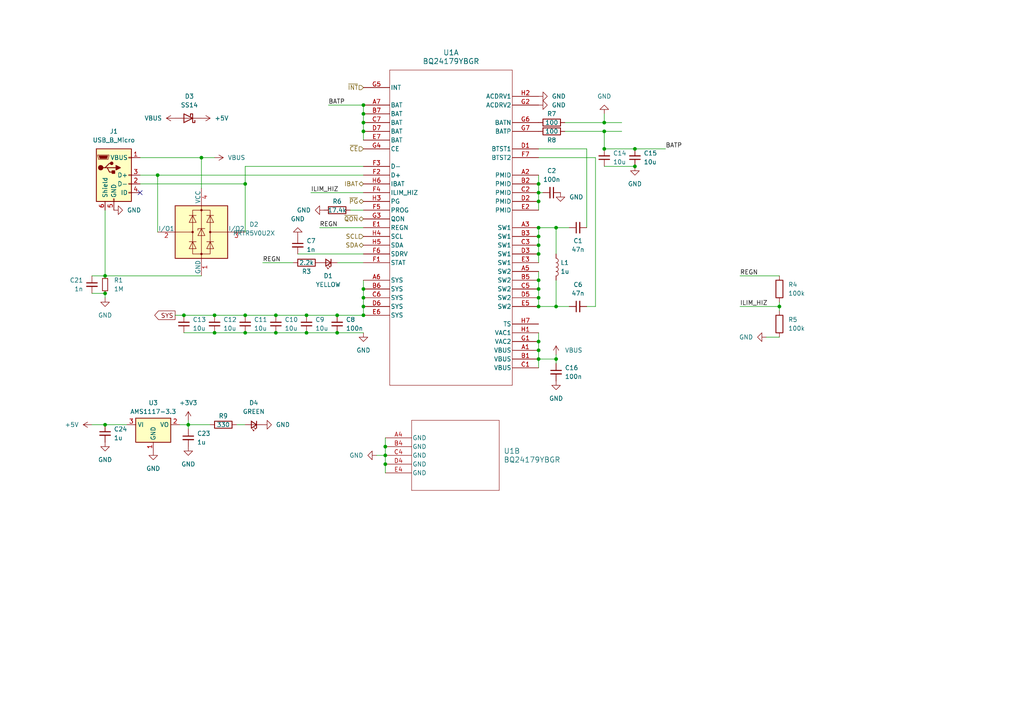
<source format=kicad_sch>
(kicad_sch (version 20230121) (generator eeschema)
  (paper "A4")
  (lib_symbols
    (symbol "BQ24179:BQ24179YBGR" (pin_names (offset 0.254))
      (property "Reference" "U" (at 25.4 10.16 0))
      (property "Value" "BQ24179YBGR" (at 25.4 7.62 0))
      (symbol "BQ24179YBGR_1_1"
        (polyline (pts (xy 7.62 -86.36) (xy 43.18 -86.36)) (stroke (width 0.127)))
        (polyline (pts (xy 7.62 5.08) (xy 7.62 -86.36)) (stroke (width 0.127)))
        (polyline (pts (xy 43.18 -86.36) (xy 43.18 5.08)) (stroke (width 0.127)))
        (polyline (pts (xy 43.18 5.08) (xy 7.62 5.08)) (stroke (width 0.127)))
        (pin unspecified line (at 50.8 -76.2 180) (length 7.62) (name "VBUS") (number "A1"))
        (pin unspecified line (at 50.8 -25.4 180) (length 7.62) (name "PMID") (number "A2"))
        (pin bidirectional line (at 50.8 -40.64 180) (length 7.62) (name "SW1") (number "A3"))
        (pin bidirectional line (at 50.8 -53.34 180) (length 7.62) (name "SW2") (number "A5"))
        (pin unspecified line (at 0 -55.88 0) (length 7.62) (name "SYS") (number "A6"))
        (pin unspecified line (at 0 -5.08 0) (length 7.62) (name "BAT") (number "A7"))
        (pin unspecified line (at 50.8 -78.74 180) (length 7.62) (name "VBUS") (number "B1"))
        (pin unspecified line (at 50.8 -27.94 180) (length 7.62) (name "PMID") (number "B2"))
        (pin bidirectional line (at 50.8 -43.18 180) (length 7.62) (name "SW1") (number "B3"))
        (pin bidirectional line (at 50.8 -55.88 180) (length 7.62) (name "SW2") (number "B5"))
        (pin unspecified line (at 0 -58.42 0) (length 7.62) (name "SYS") (number "B6"))
        (pin unspecified line (at 0 -7.62 0) (length 7.62) (name "BAT") (number "B7"))
        (pin unspecified line (at 50.8 -81.28 180) (length 7.62) (name "VBUS") (number "C1"))
        (pin unspecified line (at 50.8 -30.48 180) (length 7.62) (name "PMID") (number "C2"))
        (pin bidirectional line (at 50.8 -45.72 180) (length 7.62) (name "SW1") (number "C3"))
        (pin bidirectional line (at 50.8 -58.42 180) (length 7.62) (name "SW2") (number "C5"))
        (pin unspecified line (at 0 -60.96 0) (length 7.62) (name "SYS") (number "C6"))
        (pin unspecified line (at 0 -10.16 0) (length 7.62) (name "BAT") (number "C7"))
        (pin bidirectional line (at 50.8 -17.78 180) (length 7.62) (name "BTST1") (number "D1"))
        (pin unspecified line (at 50.8 -33.02 180) (length 7.62) (name "PMID") (number "D2"))
        (pin bidirectional line (at 50.8 -48.26 180) (length 7.62) (name "SW1") (number "D3"))
        (pin bidirectional line (at 50.8 -60.96 180) (length 7.62) (name "SW2") (number "D5"))
        (pin unspecified line (at 0 -63.5 0) (length 7.62) (name "SYS") (number "D6"))
        (pin unspecified line (at 0 -12.7 0) (length 7.62) (name "BAT") (number "D7"))
        (pin unspecified line (at 0 -40.64 0) (length 7.62) (name "REGN") (number "E1"))
        (pin unspecified line (at 50.8 -35.56 180) (length 7.62) (name "PMID") (number "E2"))
        (pin bidirectional line (at 50.8 -50.8 180) (length 7.62) (name "SW1") (number "E3"))
        (pin bidirectional line (at 50.8 -63.5 180) (length 7.62) (name "SW2") (number "E5"))
        (pin unspecified line (at 0 -66.04 0) (length 7.62) (name "SYS") (number "E6"))
        (pin unspecified line (at 0 -15.24 0) (length 7.62) (name "BAT") (number "E7"))
        (pin unspecified line (at 0 -50.8 0) (length 7.62) (name "STAT") (number "F1"))
        (pin unspecified line (at 0 -25.4 0) (length 7.62) (name "D+") (number "F2"))
        (pin unspecified line (at 0 -22.86 0) (length 7.62) (name "D-") (number "F3"))
        (pin unspecified line (at 0 -30.48 0) (length 7.62) (name "ILIM_HIZ") (number "F4"))
        (pin unspecified line (at 0 -35.56 0) (length 7.62) (name "PROG") (number "F5"))
        (pin unspecified line (at 0 -48.26 0) (length 7.62) (name "SDRV") (number "F6"))
        (pin bidirectional line (at 50.8 -20.32 180) (length 7.62) (name "BTST2") (number "F7"))
        (pin bidirectional line (at 50.8 -73.66 180) (length 7.62) (name "VAC2") (number "G1"))
        (pin bidirectional line (at 50.8 -5.08 180) (length 7.62) (name "ACDRV2") (number "G2"))
        (pin unspecified line (at 0 -38.1 0) (length 7.62) (name "QON") (number "G3"))
        (pin unspecified line (at 0 -17.78 0) (length 7.62) (name "CE") (number "G4"))
        (pin input line (at 0 0 0) (length 7.62) (name "INT") (number "G5"))
        (pin unspecified line (at 50.8 -10.16 180) (length 7.62) (name "BATN") (number "G6"))
        (pin unspecified line (at 50.8 -12.7 180) (length 7.62) (name "BATP") (number "G7"))
        (pin bidirectional line (at 50.8 -71.12 180) (length 7.62) (name "VAC1") (number "H1"))
        (pin bidirectional line (at 50.8 -2.54 180) (length 7.62) (name "ACDRV1") (number "H2"))
        (pin unspecified line (at 0 -33.02 0) (length 7.62) (name "PG") (number "H3"))
        (pin unspecified line (at 0 -43.18 0) (length 7.62) (name "SCL") (number "H4"))
        (pin unspecified line (at 0 -45.72 0) (length 7.62) (name "SDA") (number "H5"))
        (pin unspecified line (at 0 -27.94 0) (length 7.62) (name "IBAT") (number "H6"))
        (pin unspecified line (at 50.8 -68.58 180) (length 7.62) (name "TS") (number "H7"))
      )
      (symbol "BQ24179YBGR_2_1"
        (polyline (pts (xy 7.62 -15.24) (xy 33.02 -15.24)) (stroke (width 0.127)))
        (polyline (pts (xy 7.62 5.08) (xy 7.62 -15.24)) (stroke (width 0.127)))
        (polyline (pts (xy 33.02 -15.24) (xy 33.02 5.08)) (stroke (width 0.127)))
        (polyline (pts (xy 33.02 5.08) (xy 7.62 5.08)) (stroke (width 0.127)))
        (pin power_out line (at 0 0 0) (length 7.62) (name "GND") (number "A4"))
        (pin power_out line (at 0 -2.54 0) (length 7.62) (name "GND") (number "B4"))
        (pin power_out line (at 0 -5.08 0) (length 7.62) (name "GND") (number "C4"))
        (pin power_out line (at 0 -7.62 0) (length 7.62) (name "GND") (number "D4"))
        (pin power_out line (at 0 -10.16 0) (length 7.62) (name "GND") (number "E4"))
      )
    )
    (symbol "Connector:USB_B_Micro" (pin_names (offset 1.016))
      (property "Reference" "J" (at -5.08 11.43 0))
      (property "Value" "USB_B_Micro" (at -5.08 8.89 0))
      (symbol "USB_B_Micro_0_1"
        (rectangle (start -5.08 -7.62) (end 5.08 7.62) (stroke (width 0.254)) (fill (type background)))
        (circle (center -3.81 2.159) (radius 0.635) (stroke (width 0.254)) (fill (type outline)))
        (circle (center -0.635 3.429) (radius 0.381) (stroke (width 0.254)) (fill (type outline)))
        (rectangle (start -0.127 -7.62) (end 0.127 -6.858))
        (polyline (pts (xy -1.905 2.159) (xy 0.635 2.159)) (stroke (width 0.254)))
        (polyline (pts (xy -3.175 2.159) (xy -2.54 2.159) (xy -1.27 3.429) (xy -0.635 3.429)) (stroke (width 0.254)))
        (polyline (pts (xy -2.54 2.159) (xy -1.905 2.159) (xy -1.27 0.889) (xy 0 0.889)) (stroke (width 0.254)))
        (polyline (pts (xy 0.635 2.794) (xy 0.635 1.524) (xy 1.905 2.159) (xy 0.635 2.794)) (stroke (width 0.254)) (fill (type outline)))
        (polyline (pts (xy -4.318 5.588) (xy -1.778 5.588) (xy -2.032 4.826) (xy -4.064 4.826) (xy -4.318 5.588)) (fill (type outline)))
        (polyline (pts (xy -4.699 5.842) (xy -4.699 5.588) (xy -4.445 4.826) (xy -4.445 4.572) (xy -1.651 4.572) (xy -1.651 4.826) (xy -1.397 5.588) (xy -1.397 5.842) (xy -4.699 5.842)))
        (rectangle (start 0.254 1.27) (end -0.508 0.508) (stroke (width 0.254)) (fill (type outline)))
        (rectangle (start 5.08 -5.207) (end 4.318 -4.953))
        (rectangle (start 5.08 -2.667) (end 4.318 -2.413))
        (rectangle (start 5.08 -0.127) (end 4.318 0.127))
        (rectangle (start 5.08 4.953) (end 4.318 5.207))
      )
      (symbol "USB_B_Micro_1_1"
        (pin power_out line (at 7.62 5.08 180) (length 2.54) (name "VBUS") (number "1"))
        (pin bidirectional line (at 7.62 -2.54 180) (length 2.54) (name "D-") (number "2"))
        (pin bidirectional line (at 7.62 0 180) (length 2.54) (name "D+") (number "3"))
        (pin passive line (at 7.62 -5.08 180) (length 2.54) (name "ID") (number "4"))
        (pin power_out line (at 0 -10.16 90) (length 2.54) (name "GND") (number "5"))
        (pin passive line (at -2.54 -10.16 90) (length 2.54) (name "Shield") (number "6"))
      )
    )
    (symbol "Device:C_Small" (pin_numbers hide) (pin_names (offset 0.254) hide)
      (property "Reference" "C" (at 0.254 1.778 0))
      (property "Value" "C_Small" (at 0.254 -2.032 0))
      (symbol "C_Small_0_1"
        (polyline (pts (xy -1.524 -0.508) (xy 1.524 -0.508)) (stroke (width 0.3302)))
        (polyline (pts (xy -1.524 0.508) (xy 1.524 0.508)) (stroke (width 0.3048)))
      )
      (symbol "C_Small_1_1"
        (pin passive line (at 0 2.54 270) (length 2.032) (name "~") (number "1"))
        (pin passive line (at 0 -2.54 90) (length 2.032) (name "~") (number "2"))
      )
    )
    (symbol "Device:D_Schottky" (pin_numbers hide) (pin_names (offset 1.016) hide)
      (property "Reference" "D" (at 0 2.54 0))
      (property "Value" "D_Schottky" (at 0 -2.54 0))
      (symbol "D_Schottky_0_1"
        (polyline (pts (xy 1.27 0) (xy -1.27 0)))
        (polyline (pts (xy 1.27 1.27) (xy 1.27 -1.27) (xy -1.27 0) (xy 1.27 1.27)) (stroke (width 0.254)))
        (polyline (pts (xy -1.905 0.635) (xy -1.905 1.27) (xy -1.27 1.27) (xy -1.27 -1.27) (xy -0.635 -1.27) (xy -0.635 -0.635)) (stroke (width 0.254)))
      )
      (symbol "D_Schottky_1_1"
        (pin passive line (at -3.81 0 0) (length 2.54) (name "K") (number "1"))
        (pin passive line (at 3.81 0 180) (length 2.54) (name "A") (number "2"))
      )
    )
    (symbol "Device:L" (pin_numbers hide) (pin_names (offset 1.016) hide)
      (property "Reference" "L" (at -1.27 0 90))
      (property "Value" "L" (at 1.905 0 90))
      (symbol "L_0_1"
        (arc (start 0 -2.54) (mid 0.6323 -1.905) (end 0 -1.27))
        (arc (start 0 -1.27) (mid 0.6323 -0.635) (end 0 0))
        (arc (start 0 0) (mid 0.6323 0.635) (end 0 1.27))
        (arc (start 0 1.27) (mid 0.6323 1.905) (end 0 2.54))
      )
      (symbol "L_1_1"
        (pin passive line (at 0 3.81 270) (length 1.27) (name "1") (number "1"))
        (pin passive line (at 0 -3.81 90) (length 1.27) (name "2") (number "2"))
      )
    )
    (symbol "Device:LED_Small" (pin_numbers hide) (pin_names (offset 0.254) hide)
      (property "Reference" "D" (at -1.27 3.175 0))
      (property "Value" "LED_Small" (at -4.445 -2.54 0))
      (symbol "LED_Small_0_1"
        (polyline (pts (xy -0.762 -1.016) (xy -0.762 1.016)) (stroke (width 0.254)))
        (polyline (pts (xy 1.016 0) (xy -0.762 0)))
        (polyline (pts (xy 0.762 -1.016) (xy -0.762 0) (xy 0.762 1.016) (xy 0.762 -1.016)) (stroke (width 0.254)))
        (polyline (pts (xy 0 0.762) (xy -0.508 1.27) (xy -0.254 1.27) (xy -0.508 1.27) (xy -0.508 1.016)))
        (polyline (pts (xy 0.508 1.27) (xy 0 1.778) (xy 0.254 1.778) (xy 0 1.778) (xy 0 1.524)))
      )
      (symbol "LED_Small_1_1"
        (pin passive line (at -2.54 0 0) (length 1.778) (name "K") (number "1"))
        (pin passive line (at 2.54 0 180) (length 1.778) (name "A") (number "2"))
      )
    )
    (symbol "Device:R" (pin_numbers hide) (pin_names (offset 0))
      (property "Reference" "R" (at 2.032 0 90))
      (property "Value" "R" (at 0 0 90))
      (symbol "R_0_1"
        (rectangle (start -1.016 -2.54) (end 1.016 2.54) (stroke (width 0.254)))
      )
      (symbol "R_1_1"
        (pin passive line (at 0 3.81 270) (length 1.27) (name "~") (number "1"))
        (pin passive line (at 0 -3.81 90) (length 1.27) (name "~") (number "2"))
      )
    )
    (symbol "Device:R_Small" (pin_numbers hide) (pin_names (offset 0.254) hide)
      (property "Reference" "R" (at 0.762 0.508 0))
      (property "Value" "R_Small" (at 0.762 -1.016 0))
      (symbol "R_Small_0_1"
        (rectangle (start -0.762 1.778) (end 0.762 -1.778) (stroke (width 0.2032)))
      )
      (symbol "R_Small_1_1"
        (pin passive line (at 0 2.54 270) (length 0.762) (name "~") (number "1"))
        (pin passive line (at 0 -2.54 90) (length 0.762) (name "~") (number "2"))
      )
    )
    (symbol "Power_Protection:PRTR5V0U2X" (pin_names (offset 0))
      (property "Reference" "D" (at 2.794 8.636 0))
      (property "Value" "PRTR5V0U2X" (at 8.128 -9.398 0))
      (symbol "PRTR5V0U2X_0_1"
        (rectangle (start -7.62 -7.62) (end 7.62 7.62) (stroke (width 0.254)) (fill (type background)))
        (circle (center -2.54 0) (radius 0.254) (fill (type outline)))
        (rectangle (start -2.54 6.35) (end 2.54 -6.35))
        (circle (center 0 -6.35) (radius 0.254) (fill (type outline)))
        (polyline (pts (xy -2.54 0) (xy -7.62 0)))
        (polyline (pts (xy -1.524 -2.794) (xy -3.556 -2.794)))
        (polyline (pts (xy -1.524 4.826) (xy -3.556 4.826)))
        (polyline (pts (xy 0 -7.62) (xy 0 7.62)))
        (polyline (pts (xy 1.524 -2.794) (xy 3.556 -2.794)))
        (polyline (pts (xy 1.524 4.826) (xy 3.556 4.826)))
        (polyline (pts (xy 2.54 0) (xy 7.62 0)))
        (polyline (pts (xy 1.016 1.016) (xy -1.016 1.016) (xy -1.016 0.508)))
        (polyline (pts (xy -3.556 -4.826) (xy -1.524 -4.826) (xy -2.54 -2.794) (xy -3.556 -4.826)))
        (polyline (pts (xy -3.556 2.794) (xy -1.524 2.794) (xy -2.54 4.826) (xy -3.556 2.794)))
        (polyline (pts (xy -1.016 -1.016) (xy 1.016 -1.016) (xy 0 1.016) (xy -1.016 -1.016)))
        (polyline (pts (xy 3.556 -4.826) (xy 1.524 -4.826) (xy 2.54 -2.794) (xy 3.556 -4.826)))
        (polyline (pts (xy 3.556 2.794) (xy 1.524 2.794) (xy 2.54 4.826) (xy 3.556 2.794)))
        (circle (center 0 6.35) (radius 0.254) (fill (type outline)))
        (circle (center 2.54 0) (radius 0.254) (fill (type outline)))
      )
      (symbol "PRTR5V0U2X_1_1"
        (pin passive line (at 0 -12.7 90) (length 5.08) (name "GND") (number "1"))
        (pin passive line (at -12.7 0 0) (length 5.08) (name "I/O1") (number "2"))
        (pin passive line (at 12.7 0 180) (length 5.08) (name "I/O2") (number "3"))
        (pin passive line (at 0 12.7 270) (length 5.08) (name "VCC") (number "4"))
      )
    )
    (symbol "Regulator_Linear:AMS1117-3.3"
      (property "Reference" "U" (at -3.81 3.175 0))
      (property "Value" "AMS1117-3.3" (at 0 3.175 0))
      (symbol "AMS1117-3.3_0_1"
        (rectangle (start -5.08 -5.08) (end 5.08 1.905) (stroke (width 0.254)) (fill (type background)))
      )
      (symbol "AMS1117-3.3_1_1"
        (pin power_in line (at 0 -7.62 90) (length 2.54) (name "GND") (number "1"))
        (pin power_out line (at 7.62 0 180) (length 2.54) (name "VO") (number "2"))
        (pin power_in line (at -7.62 0 0) (length 2.54) (name "VI") (number "3"))
      )
    )
    (symbol "power:+3V3" (power) (pin_names (offset 0))
      (property "Value" "+3V3" (at 0 3.556 0))
      (symbol "+3V3_0_1"
        (polyline (pts (xy -0.762 1.27) (xy 0 2.54)))
        (polyline (pts (xy 0 0) (xy 0 2.54)))
        (polyline (pts (xy 0 2.54) (xy 0.762 1.27)))
      )
      (symbol "+3V3_1_1"
        (pin power_in line (at 0 0 90) (length 0) hide (name "+3V3") (number "1"))
      )
    )
    (symbol "power:+5V" (power) (pin_names (offset 0))
      (property "Value" "+5V" (at 0 3.556 0))
      (symbol "+5V_0_1"
        (polyline (pts (xy -0.762 1.27) (xy 0 2.54)))
        (polyline (pts (xy 0 0) (xy 0 2.54)))
        (polyline (pts (xy 0 2.54) (xy 0.762 1.27)))
      )
      (symbol "+5V_1_1"
        (pin power_in line (at 0 0 90) (length 0) hide (name "+5V") (number "1"))
      )
    )
    (symbol "power:GND" (power) (pin_names (offset 0))
      (property "Value" "GND" (at 0 -3.81 0))
      (symbol "GND_0_1"
        (polyline (pts (xy 0 0) (xy 0 -1.27) (xy 1.27 -1.27) (xy 0 -2.54) (xy -1.27 -1.27) (xy 0 -1.27)))
      )
      (symbol "GND_1_1"
        (pin power_in line (at 0 0 270) (length 0) hide (name "GND") (number "1"))
      )
    )
    (symbol "power:VBUS" (power) (pin_names (offset 0))
      (property "Value" "VBUS" (at 0 3.81 0))
      (symbol "VBUS_0_1"
        (polyline (pts (xy -0.762 1.27) (xy 0 2.54)))
        (polyline (pts (xy 0 0) (xy 0 2.54)))
        (polyline (pts (xy 0 2.54) (xy 0.762 1.27)))
      )
      (symbol "VBUS_1_1"
        (pin power_in line (at 0 0 90) (length 0) hide (name "VBUS") (number "1"))
      )
    )
  )
  (junction (at 30.48 123.19))
  (junction (at 161.29 66.04))
  (junction (at 97.79 91.44))
  (junction (at 156.21 55.88))
  (junction (at 105.41 35.56))
  (junction (at 105.41 88.9))
  (junction (at 105.41 86.36))
  (junction (at 62.23 96.52))
  (junction (at 156.21 53.34))
  (junction (at 105.41 38.1))
  (junction (at 80.01 96.52))
  (junction (at 53.34 91.44))
  (junction (at 156.21 71.12))
  (junction (at 184.15 43.18))
  (junction (at 175.26 43.18))
  (junction (at 161.29 88.9))
  (junction (at 80.01 91.44))
  (junction (at 156.21 68.58))
  (junction (at 45.72 50.8))
  (junction (at 88.9 91.44))
  (junction (at 156.21 81.28))
  (junction (at 156.21 83.82))
  (junction (at 30.48 80.01))
  (junction (at 88.9 96.52))
  (junction (at 105.41 83.82))
  (junction (at 156.21 99.06))
  (junction (at 156.21 86.36))
  (junction (at 62.23 91.44))
  (junction (at 58.42 45.72))
  (junction (at 54.61 123.19))
  (junction (at 156.21 104.14))
  (junction (at 156.21 101.6))
  (junction (at 184.15 48.26))
  (junction (at 105.41 33.02))
  (junction (at 111.76 129.54))
  (junction (at 71.12 53.34))
  (junction (at 226.06 88.9))
  (junction (at 111.76 134.62))
  (junction (at 175.26 35.56))
  (junction (at 71.12 96.52))
  (junction (at 156.21 73.66))
  (junction (at 175.26 38.1))
  (junction (at 105.41 30.48))
  (junction (at 71.12 91.44))
  (junction (at 105.41 91.44))
  (junction (at 156.21 58.42))
  (junction (at 156.21 66.04))
  (junction (at 111.76 132.08))
  (junction (at 156.21 88.9))
  (junction (at 161.29 104.14))
  (junction (at 97.79 96.52))
  (junction (at 30.48 85.09))
  (no_connect (at 40.64 55.88))
  (wire (pts (xy 161.29 66.04) (xy 165.1 66.04)))
  (wire (pts (xy 54.61 123.19) (xy 52.07 123.19)))
  (wire (pts (xy 111.76 132.08) (xy 111.76 134.62)))
  (wire (pts (xy 50.8 91.44) (xy 53.34 91.44)))
  (wire (pts (xy 71.12 53.34) (xy 71.12 67.31)))
  (wire (pts (xy 97.79 76.2) (xy 105.41 76.2)))
  (wire (pts (xy 170.18 43.18) (xy 170.18 66.04)))
  (wire (pts (xy 30.48 60.96) (xy 30.48 80.01)))
  (wire (pts (xy 101.6 60.96) (xy 105.41 60.96)))
  (wire (pts (xy 40.64 50.8) (xy 45.72 50.8)))
  (wire (pts (xy 156.21 86.36) (xy 156.21 88.9)))
  (wire (pts (xy 111.76 134.62) (xy 111.76 137.16)))
  (wire (pts (xy 157.48 55.88) (xy 156.21 55.88)))
  (wire (pts (xy 105.41 96.52) (xy 97.79 96.52)))
  (wire (pts (xy 105.41 81.28) (xy 105.41 83.82)))
  (wire (pts (xy 111.76 132.08) (xy 111.76 129.54)))
  (wire (pts (xy 156.21 68.58) (xy 156.21 71.12)))
  (wire (pts (xy 180.34 35.56) (xy 175.26 35.56)))
  (wire (pts (xy 156.21 104.14) (xy 156.21 106.68)))
  (wire (pts (xy 172.72 45.72) (xy 156.21 45.72)))
  (wire (pts (xy 156.21 81.28) (xy 156.21 83.82)))
  (wire (pts (xy 105.41 88.9) (xy 105.41 91.44)))
  (wire (pts (xy 180.34 38.1) (xy 175.26 38.1)))
  (wire (pts (xy 62.23 91.44) (xy 71.12 91.44)))
  (wire (pts (xy 161.29 81.28) (xy 161.29 88.9)))
  (wire (pts (xy 156.21 78.74) (xy 156.21 81.28)))
  (wire (pts (xy 30.48 123.19) (xy 36.83 123.19)))
  (wire (pts (xy 156.21 71.12) (xy 156.21 73.66)))
  (wire (pts (xy 156.21 73.66) (xy 156.21 76.2)))
  (wire (pts (xy 156.21 66.04) (xy 156.21 68.58)))
  (wire (pts (xy 156.21 83.82) (xy 156.21 86.36)))
  (wire (pts (xy 156.21 58.42) (xy 156.21 60.96)))
  (wire (pts (xy 105.41 86.36) (xy 105.41 88.9)))
  (wire (pts (xy 175.26 38.1) (xy 175.26 43.18)))
  (wire (pts (xy 156.21 101.6) (xy 156.21 104.14)))
  (wire (pts (xy 71.12 48.26) (xy 105.41 48.26)))
  (wire (pts (xy 45.72 50.8) (xy 45.72 67.31)))
  (wire (pts (xy 30.48 80.01) (xy 58.42 80.01)))
  (wire (pts (xy 68.58 123.19) (xy 71.12 123.19)))
  (wire (pts (xy 54.61 123.19) (xy 60.96 123.19)))
  (wire (pts (xy 54.61 123.19) (xy 54.61 121.92)))
  (wire (pts (xy 105.41 40.64) (xy 105.41 38.1)))
  (wire (pts (xy 105.41 38.1) (xy 105.41 35.56)))
  (wire (pts (xy 26.67 85.09) (xy 30.48 85.09)))
  (wire (pts (xy 214.63 88.9) (xy 226.06 88.9)))
  (wire (pts (xy 92.71 66.04) (xy 105.41 66.04)))
  (wire (pts (xy 80.01 91.44) (xy 88.9 91.44)))
  (wire (pts (xy 40.64 45.72) (xy 58.42 45.72)))
  (wire (pts (xy 105.41 33.02) (xy 105.41 30.48)))
  (wire (pts (xy 156.21 96.52) (xy 156.21 99.06)))
  (wire (pts (xy 156.21 43.18) (xy 170.18 43.18)))
  (wire (pts (xy 58.42 45.72) (xy 62.23 45.72)))
  (wire (pts (xy 97.79 91.44) (xy 105.41 91.44)))
  (wire (pts (xy 156.21 53.34) (xy 156.21 55.88)))
  (wire (pts (xy 214.63 80.01) (xy 226.06 80.01)))
  (wire (pts (xy 175.26 35.56) (xy 163.83 35.56)))
  (wire (pts (xy 30.48 85.09) (xy 30.48 86.36)))
  (wire (pts (xy 156.21 50.8) (xy 156.21 53.34)))
  (wire (pts (xy 175.26 33.02) (xy 175.26 35.56)))
  (wire (pts (xy 53.34 96.52) (xy 62.23 96.52)))
  (wire (pts (xy 161.29 88.9) (xy 156.21 88.9)))
  (wire (pts (xy 184.15 43.18) (xy 193.04 43.18)))
  (wire (pts (xy 45.72 50.8) (xy 105.41 50.8)))
  (wire (pts (xy 175.26 48.26) (xy 184.15 48.26)))
  (wire (pts (xy 88.9 91.44) (xy 97.79 91.44)))
  (wire (pts (xy 226.06 88.9) (xy 226.06 90.17)))
  (wire (pts (xy 71.12 96.52) (xy 80.01 96.52)))
  (wire (pts (xy 53.34 91.44) (xy 62.23 91.44)))
  (wire (pts (xy 86.36 73.66) (xy 105.41 73.66)))
  (wire (pts (xy 161.29 104.14) (xy 161.29 102.87)))
  (wire (pts (xy 76.2 76.2) (xy 85.09 76.2)))
  (wire (pts (xy 88.9 96.52) (xy 97.79 96.52)))
  (wire (pts (xy 172.72 88.9) (xy 172.72 45.72)))
  (wire (pts (xy 156.21 55.88) (xy 156.21 58.42)))
  (wire (pts (xy 90.17 55.88) (xy 105.41 55.88)))
  (wire (pts (xy 156.21 104.14) (xy 161.29 104.14)))
  (wire (pts (xy 54.61 124.46) (xy 54.61 123.19)))
  (wire (pts (xy 105.41 83.82) (xy 105.41 86.36)))
  (wire (pts (xy 226.06 87.63) (xy 226.06 88.9)))
  (wire (pts (xy 109.22 132.08) (xy 111.76 132.08)))
  (wire (pts (xy 105.41 35.56) (xy 105.41 33.02)))
  (wire (pts (xy 161.29 88.9) (xy 165.1 88.9)))
  (wire (pts (xy 58.42 45.72) (xy 58.42 54.61)))
  (wire (pts (xy 156.21 99.06) (xy 156.21 101.6)))
  (wire (pts (xy 111.76 129.54) (xy 111.76 127)))
  (wire (pts (xy 95.25 30.48) (xy 105.41 30.48)))
  (wire (pts (xy 161.29 105.41) (xy 161.29 104.14)))
  (wire (pts (xy 26.67 80.01) (xy 30.48 80.01)))
  (wire (pts (xy 71.12 53.34) (xy 71.12 48.26)))
  (wire (pts (xy 40.64 53.34) (xy 71.12 53.34)))
  (wire (pts (xy 172.72 88.9) (xy 170.18 88.9)))
  (wire (pts (xy 26.67 123.19) (xy 30.48 123.19)))
  (wire (pts (xy 80.01 96.52) (xy 88.9 96.52)))
  (wire (pts (xy 71.12 91.44) (xy 80.01 91.44)))
  (wire (pts (xy 161.29 73.66) (xy 161.29 66.04)))
  (wire (pts (xy 175.26 38.1) (xy 163.83 38.1)))
  (wire (pts (xy 222.25 97.79) (xy 226.06 97.79)))
  (wire (pts (xy 161.29 66.04) (xy 156.21 66.04)))
  (wire (pts (xy 175.26 43.18) (xy 184.15 43.18)))
  (wire (pts (xy 62.23 96.52) (xy 71.12 96.52)))
  (label "REGN" (at 76.2 76.2 0))
  (label "REGN" (at 214.63 80.01 0))
  (label "BATP" (at 95.25 30.48 0))
  (label "ILIM_HIZ" (at 214.63 88.9 0))
  (label "BATP" (at 193.04 43.18 0))
  (label "REGN" (at 92.71 66.04 0))
  (label "ILIM_HIZ" (at 90.17 55.88 0))
  (global_label "SYS" (shape output) (at 50.8 91.44 180) (property "Intersheetrefs" "${INTERSHEET_REFS}" (effects hide)))
  (hierarchical_label "~{CE}" (shape input) (at 105.41 43.18 180))
  (hierarchical_label "SDA" (shape bidirectional) (at 105.41 71.12 180))
  (hierarchical_label "SCL" (shape input) (at 105.41 68.58 180))
  (hierarchical_label "~{PG}" (shape bidirectional) (at 105.41 58.42 180))
  (hierarchical_label "~{QON}" (shape bidirectional) (at 105.41 63.5 180))
  (hierarchical_label "IBAT" (shape bidirectional) (at 105.41 53.34 180))
  (hierarchical_label "~{INT}" (shape input) (at 105.41 25.4 180))
  (symbol (lib_id "Device:C_Small") (at 86.36 71.12 0) (unit 1)
    (property "Reference" "C7" (at 88.9 69.8563 0) (effects (justify left)))
    (property "Value" "1n" (at 88.9 72.3963 0) (effects (justify left)))
    (property "Footprint" "Capacitor_SMD:C_0402_1005Metric" (effects hide))
    (property "LCSC Part #" "C1523" (effects hide))
  )
  (symbol (lib_id "Device:C_Small") (at 71.12 93.98 180) (unit 1)
    (property "Reference" "C11" (at 73.66 92.7036 0) (effects (justify right)))
    (property "Value" "10u" (at 73.66 95.2436 0) (effects (justify right)))
    (property "Footprint" "Capacitor_SMD:C_0603_1608Metric" (effects hide))
    (property "LCSC Part #" "C96446" (effects hide))
  )
  (symbol (lib_id "power:VBUS") (at 161.29 102.87 0) (unit 1)
    (property "Reference" "#PWR021" (effects hide))
    (property "Value" "VBUS" (at 163.83 101.6 0) (effects (justify left)))
  )
  (symbol (lib_id "Device:C_Small") (at 167.64 88.9 90) (unit 1)
    (property "Reference" "C6" (at 167.6463 82.55 90))
    (property "Value" "47n" (at 167.6463 85.09 90))
    (property "Footprint" "Capacitor_SMD:C_0603_1608Metric" (effects hide))
    (property "LCSC Part #" "C1622" (effects hide))
  )
  (symbol (lib_id "Device:R") (at 160.02 38.1 90) (unit 1)
    (property "Reference" "R8" (at 160.02 40.64 90))
    (property "Value" "100" (at 160.02 38.1 90))
    (property "Footprint" "Resistor_SMD:R_0402_1005Metric" (effects hide))
    (property "LCSC Part #" "C25076" (effects hide))
  )
  (symbol (lib_id "power:GND") (at 161.29 110.49 0) (unit 1)
    (property "Reference" "#PWR015" (effects hide))
    (property "Value" "GND" (at 161.29 115.57 0))
  )
  (symbol (lib_id "Device:C_Small") (at 175.26 45.72 180) (unit 1)
    (property "Reference" "C14" (at 177.8 44.4436 0) (effects (justify right)))
    (property "Value" "10u" (at 177.8 46.9836 0) (effects (justify right)))
    (property "Footprint" "Capacitor_SMD:C_0603_1608Metric" (effects hide))
    (property "LCSC Part #" "C96446" (effects hide))
  )
  (symbol (lib_id "power:GND") (at 93.98 60.96 270) (unit 1)
    (property "Reference" "#PWR011" (effects hide))
    (property "Value" "GND" (at 90.17 60.96 90) (effects (justify right)))
  )
  (symbol (lib_id "power:VBUS") (at 50.8 34.29 90) (unit 1)
    (property "Reference" "#PWR022" (effects hide))
    (property "Value" "VBUS" (at 46.99 34.29 90) (effects (justify left)))
  )
  (symbol (lib_id "Device:C_Small") (at 161.29 107.95 0) (unit 1)
    (property "Reference" "C16" (at 163.83 106.6863 0) (effects (justify left)))
    (property "Value" "100n" (at 163.83 109.2263 0) (effects (justify left)))
    (property "Footprint" "Capacitor_SMD:C_0603_1608Metric" (effects hide))
    (property "LCSC Part #" "C14663" (effects hide))
  )
  (symbol (lib_id "Device:C_Small") (at 160.02 55.88 270) (unit 1)
    (property "Reference" "C2" (at 160.0136 49.53 90))
    (property "Value" "100n" (at 160.0136 52.07 90))
    (property "Footprint" "Capacitor_SMD:C_0603_1608Metric" (effects hide))
    (property "LCSC Part #" "C14663" (effects hide))
  )
  (symbol (lib_id "power:GND") (at 162.56 55.88 0) (unit 1)
    (property "Reference" "#PWR04" (effects hide))
    (property "Value" "GND" (at 165.1 57.15 0) (effects (justify left)))
  )
  (symbol (lib_id "power:GND") (at 175.26 33.02 180) (unit 1)
    (property "Reference" "#PWR014" (effects hide))
    (property "Value" "GND" (at 175.26 27.94 0))
  )
  (symbol (lib_id "power:GND") (at 54.61 129.54 0) (unit 1)
    (property "Reference" "#PWR027" (effects hide))
    (property "Value" "GND" (at 54.61 134.62 0))
  )
  (symbol (lib_id "Device:R") (at 226.06 83.82 0) (unit 1)
    (property "Reference" "R4" (at 228.6 82.55 0) (effects (justify left)))
    (property "Value" "100k" (at 228.6 85.09 0) (effects (justify left)))
    (property "Footprint" "Resistor_SMD:R_0402_1005Metric" (effects hide))
    (property "LCSC Part #" "C25741" (effects hide))
  )
  (symbol (lib_id "Device:LED_Small") (at 73.66 123.19 180) (unit 1)
    (property "Reference" "D4" (at 73.5965 116.84 0))
    (property "Value" "GREEN" (at 73.5965 119.38 0))
    (property "Footprint" "LED_SMD:LED_0805_2012Metric" (effects hide))
    (property "LCSC Part #" "C2297" (effects hide))
  )
  (symbol (lib_id "power:GND") (at 156.21 27.94 90) (unit 1)
    (property "Reference" "#PWR02" (effects hide))
    (property "Value" "GND" (at 160.02 27.94 90) (effects (justify right)))
  )
  (symbol (lib_id "BQ24179:BQ24179YBGR") (at 111.76 127 0) (unit 2)
    (property "Reference" "U1" (at 146.05 130.81 0) (effects (font (size 1.524 1.524)) (justify left)))
    (property "Value" "BQ24179YBGR" (at 146.05 133.35 0) (effects (font (size 1.524 1.524)) (justify left)))
    (property "Footprint" "BQ24179:BGA_79YBGR_TEX" (effects hide))
    (property "Datasheet" "BQ24179YBGR" (effects hide))
    (property "LCSC Part #" "C2879484" (effects hide))
  )
  (symbol (lib_id "Device:C_Small") (at 88.9 93.98 180) (unit 1)
    (property "Reference" "C9" (at 91.44 92.7036 0) (effects (justify right)))
    (property "Value" "10u" (at 91.44 95.2436 0) (effects (justify right)))
    (property "Footprint" "Capacitor_SMD:C_0603_1608Metric" (effects hide))
    (property "LCSC Part #" "C96446" (effects hide))
  )
  (symbol (lib_id "power:GND") (at 156.21 30.48 90) (unit 1)
    (property "Reference" "#PWR03" (effects hide))
    (property "Value" "GND" (at 160.02 30.48 90) (effects (justify right)))
  )
  (symbol (lib_id "Device:C_Small") (at 97.79 93.98 180) (unit 1)
    (property "Reference" "C8" (at 100.33 92.7036 0) (effects (justify right)))
    (property "Value" "100n" (at 100.33 95.2436 0) (effects (justify right)))
    (property "Footprint" "Capacitor_SMD:C_0603_1608Metric" (effects hide))
    (property "LCSC Part #" "C14663" (effects hide))
  )
  (symbol (lib_id "Device:C_Small") (at 30.48 125.73 0) (unit 1)
    (property "Reference" "C24" (at 33.02 124.4663 0) (effects (justify left)))
    (property "Value" "1u" (at 33.02 127.0063 0) (effects (justify left)))
    (property "Footprint" "Capacitor_SMD:C_0402_1005Metric" (effects hide))
    (property "LCSC Part #" "C52923" (effects hide))
  )
  (symbol (lib_id "power:GND") (at 222.25 97.79 270) (unit 1)
    (property "Reference" "#PWR010" (effects hide))
    (property "Value" "GND" (at 218.44 97.79 90) (effects (justify right)))
  )
  (symbol (lib_id "power:GND") (at 30.48 86.36 0) (unit 1)
    (property "Reference" "#PWR06" (effects hide))
    (property "Value" "GND" (at 30.48 91.44 0))
  )
  (symbol (lib_id "Device:C_Small") (at 54.61 127 0) (unit 1)
    (property "Reference" "C23" (at 57.15 125.7363 0) (effects (justify left)))
    (property "Value" "1u" (at 57.15 128.2763 0) (effects (justify left)))
    (property "Footprint" "Capacitor_SMD:C_0402_1005Metric" (effects hide))
    (property "LCSC Part #" "C52923" (effects hide))
  )
  (symbol (lib_id "Device:C_Small") (at 53.34 93.98 180) (unit 1)
    (property "Reference" "C13" (at 55.88 92.7036 0) (effects (justify right)))
    (property "Value" "10u" (at 55.88 95.2436 0) (effects (justify right)))
    (property "Footprint" "Capacitor_SMD:C_0603_1608Metric" (effects hide))
    (property "LCSC Part #" "C96446" (effects hide))
  )
  (symbol (lib_id "power:GND") (at 109.22 132.08 270) (unit 1)
    (property "Reference" "#PWR01" (effects hide))
    (property "Value" "GND" (at 105.41 132.08 90) (effects (justify right)))
  )
  (symbol (lib_id "Regulator_Linear:AMS1117-3.3") (at 44.45 123.19 0) (unit 1)
    (property "Reference" "U3" (at 44.45 116.84 0))
    (property "Value" "AMS1117-3.3" (at 44.45 119.38 0))
    (property "Footprint" "Package_TO_SOT_SMD:SOT-223-3_TabPin2" (effects hide))
    (property "Datasheet" "http://www.advanced-monolithic.com/pdf/ds1117.pdf" (effects hide))
  )
  (symbol (lib_id "Device:LED_Small") (at 95.25 76.2 180) (unit 1)
    (property "Reference" "D1" (at 95.1865 80.01 0))
    (property "Value" "YELLOW" (at 95.1865 82.55 0))
    (property "Footprint" "LED_SMD:LED_0805_2012Metric" (effects hide))
    (property "LCSC Part #" "C2296" (effects hide))
  )
  (symbol (lib_id "Device:C_Small") (at 62.23 93.98 180) (unit 1)
    (property "Reference" "C12" (at 64.77 92.7036 0) (effects (justify right)))
    (property "Value" "10u" (at 64.77 95.2436 0) (effects (justify right)))
    (property "Footprint" "Capacitor_SMD:C_0603_1608Metric" (effects hide))
    (property "LCSC Part #" "C96446" (effects hide))
  )
  (symbol (lib_id "power:+5V") (at 26.67 123.19 90) (unit 1)
    (property "Reference" "#PWR024" (effects hide))
    (property "Value" "+5V" (at 22.86 123.19 90) (effects (justify left)))
  )
  (symbol (lib_id "power:GND") (at 105.41 96.52 0) (unit 1)
    (property "Reference" "#PWR012" (effects hide))
    (property "Value" "GND" (at 105.41 101.6 0))
  )
  (symbol (lib_id "power:+5V") (at 58.42 34.29 270) (unit 1)
    (property "Reference" "#PWR023" (effects hide))
    (property "Value" "+5V" (at 62.23 34.29 90) (effects (justify left)))
  )
  (symbol (lib_id "Device:D_Schottky") (at 54.61 34.29 180) (unit 1)
    (property "Reference" "D3" (at 54.9275 27.94 0))
    (property "Value" "SS14" (at 54.9275 30.48 0))
    (property "Footprint" "Diode_SMD:D_SMA" (effects hide))
    (property "LCSC Part #" "C2480" (effects hide))
  )
  (symbol (lib_id "Device:R") (at 97.79 60.96 90) (unit 1)
    (property "Reference" "R6" (at 97.79 58.42 90))
    (property "Value" "17.4k" (at 97.79 60.96 90))
    (property "Footprint" "Resistor_SMD:R_0402_1005Metric" (effects hide))
    (property "LCSC Part #" "C364849" (effects hide))
  )
  (symbol (lib_id "Device:R") (at 226.06 93.98 0) (unit 1)
    (property "Reference" "R5" (at 228.6 92.71 0) (effects (justify left)))
    (property "Value" "100k" (at 228.6 95.25 0) (effects (justify left)))
    (property "Footprint" "Resistor_SMD:R_0402_1005Metric" (effects hide))
    (property "LCSC Part #" "C25741" (effects hide))
  )
  (symbol (lib_id "Device:R") (at 160.02 35.56 90) (unit 1)
    (property "Reference" "R7" (at 160.02 33.02 90))
    (property "Value" "100" (at 160.02 35.56 90))
    (property "Footprint" "Resistor_SMD:R_0402_1005Metric" (effects hide))
    (property "LCSC Part #" "C25076" (effects hide))
  )
  (symbol (lib_id "BQ24179:BQ24179YBGR") (at 105.41 25.4 0) (unit 1)
    (property "Reference" "U1" (at 130.81 15.24 0) (effects (font (size 1.524 1.524))))
    (property "Value" "BQ24179YBGR" (at 130.81 17.78 0) (effects (font (size 1.524 1.524))))
    (property "Footprint" "BQ24179:BGA_79YBGR_TEX" (effects hide))
    (property "Datasheet" "BQ24179YBGR" (effects hide))
    (property "LCSC Part #" "C2879484" (effects hide))
  )
  (symbol (lib_id "power:GND") (at 30.48 128.27 0) (unit 1)
    (property "Reference" "#PWR07" (effects hide))
    (property "Value" "GND" (at 30.48 133.35 0))
  )
  (symbol (lib_id "power:GND") (at 44.45 130.81 0) (unit 1)
    (property "Reference" "#PWR026" (effects hide))
    (property "Value" "GND" (at 44.45 135.89 0))
  )
  (symbol (lib_id "Device:C_Small") (at 167.64 66.04 90) (unit 1)
    (property "Reference" "C1" (at 167.6463 69.85 90))
    (property "Value" "47n" (at 167.6463 72.39 90))
    (property "Footprint" "Capacitor_SMD:C_0603_1608Metric" (effects hide))
    (property "LCSC Part #" "C1622" (effects hide))
  )
  (symbol (lib_id "Device:R_Small") (at 30.48 82.55 0) (unit 1)
    (property "Reference" "R1" (at 33.02 81.28 0) (effects (justify left)))
    (property "Value" "1M" (at 33.02 83.82 0) (effects (justify left)))
    (property "Footprint" "Resistor_SMD:R_0402_1005Metric" (effects hide))
    (property "LCSC Part #" "C26083" (effects hide))
  )
  (symbol (lib_id "power:GND") (at 184.15 48.26 0) (unit 1)
    (property "Reference" "#PWR013" (effects hide))
    (property "Value" "GND" (at 184.15 53.34 0))
  )
  (symbol (lib_id "Device:C_Small") (at 80.01 93.98 180) (unit 1)
    (property "Reference" "C10" (at 82.55 92.7036 0) (effects (justify right)))
    (property "Value" "10u" (at 82.55 95.2436 0) (effects (justify right)))
    (property "Footprint" "Capacitor_SMD:C_0603_1608Metric" (effects hide))
    (property "LCSC Part #" "C96446" (effects hide))
  )
  (symbol (lib_id "power:+3V3") (at 54.61 121.92 0) (unit 1)
    (property "Reference" "#PWR025" (effects hide))
    (property "Value" "+3V3" (at 54.61 116.84 0))
  )
  (symbol (lib_id "Device:R") (at 88.9 76.2 90) (unit 1)
    (property "Reference" "R3" (at 88.9 78.74 90))
    (property "Value" "2.2k" (at 88.9 76.2 90))
    (property "Footprint" "Resistor_SMD:R_0402_1005Metric" (effects hide))
    (property "LCSC Part #" "C25933" (effects hide))
  )
  (symbol (lib_id "power:GND") (at 33.02 60.96 90) (unit 1)
    (property "Reference" "#PWR05" (effects hide))
    (property "Value" "GND" (at 36.83 60.96 90) (effects (justify right)))
  )
  (symbol (lib_id "power:GND") (at 86.36 68.58 180) (unit 1)
    (property "Reference" "#PWR09" (effects hide))
    (property "Value" "GND" (at 86.36 63.5 0))
  )
  (symbol (lib_id "Device:L") (at 161.29 77.47 0) (unit 1)
    (property "Reference" "L1" (at 162.56 76.2 0) (effects (justify left)))
    (property "Value" "1u" (at 162.56 78.74 0) (effects (justify left)))
    (property "Footprint" "Inductor_SMD:L_0805_2012Metric" (effects hide))
    (property "LCSC Part #" "C1042" (effects hide))
  )
  (symbol (lib_id "power:VBUS") (at 62.23 45.72 270) (unit 1)
    (property "Reference" "#PWR020" (effects hide))
    (property "Value" "VBUS" (at 66.04 45.72 90) (effects (justify left)))
  )
  (symbol (lib_id "Device:C_Small") (at 26.67 82.55 0) (unit 1)
    (property "Reference" "C21" (at 24.13 81.2863 0) (effects (justify right)))
    (property "Value" "1n" (at 24.13 83.8263 0) (effects (justify right)))
    (property "Footprint" "Capacitor_SMD:C_1206_3216Metric" (effects hide))
    (property "LCSC Part #" "C9196" (effects hide))
  )
  (symbol (lib_id "Device:R") (at 64.77 123.19 90) (unit 1)
    (property "Reference" "R9" (at 64.77 120.65 90))
    (property "Value" "330" (at 64.77 123.19 90))
    (property "Footprint" "Resistor_SMD:R_0402_1005Metric" (effects hide))
    (property "LCSC Part #" "C25104" (effects hide))
  )
  (symbol (lib_id "power:GND") (at 76.2 123.19 90) (unit 1)
    (property "Reference" "#PWR028" (effects hide))
    (property "Value" "GND" (at 80.01 123.19 90) (effects (justify right)))
  )
  (symbol (lib_id "Power_Protection:PRTR5V0U2X") (at 58.42 67.31 0) (unit 1)
    (property "Reference" "D2" (at 73.66 65.0941 0))
    (property "Value" "PRTR5V0U2X" (at 73.66 67.6341 0))
    (property "Footprint" "Package_TO_SOT_SMD:SOT-143" (effects hide))
    (property "Datasheet" "https://assets.nexperia.com/documents/data-sheet/PRTR5V0U2X.pdf" (effects hide))
    (property "LCSC Part #" "C2827688" (effects hide))
  )
  (symbol (lib_id "Device:C_Small") (at 184.15 45.72 180) (unit 1)
    (property "Reference" "C15" (at 186.69 44.4436 0) (effects (justify right)))
    (property "Value" "10u" (at 186.69 46.9836 0) (effects (justify right)))
    (property "Footprint" "Capacitor_SMD:C_0603_1608Metric" (effects hide))
    (property "LCSC Part #" "C96446" (effects hide))
  )
  (symbol (lib_id "Connector:USB_B_Micro") (at 33.02 50.8 0) (unit 1)
    (property "Reference" "J1" (at 33.02 38.1 0))
    (property "Value" "USB_B_Micro" (at 33.02 40.64 0))
    (property "Footprint" "Connector_USB:USB_Micro-B_Amphenol_10118194_Horizontal" (effects hide))
    (property "LCSC Part #" "C132563" (effects hide))
  )
)
</source>
